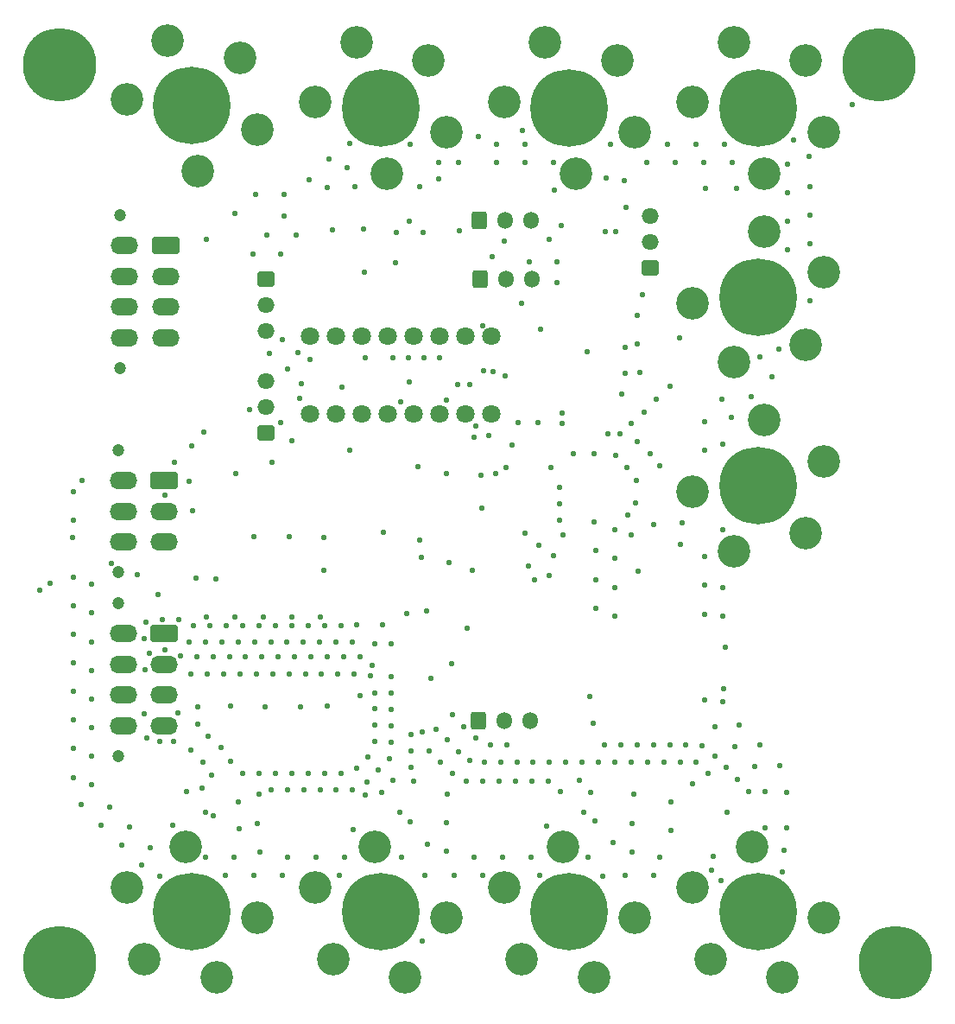
<source format=gbr>
%TF.GenerationSoftware,Altium Limited,Altium Designer,23.5.1 (21)*%
G04 Layer_Color=26163*
%FSLAX45Y45*%
%MOMM*%
%TF.SameCoordinates,33354463-9AA4-47E1-AEF5-84200F0A8FA4*%
%TF.FilePolarity,Negative*%
%TF.FileFunction,Soldermask,Bot*%
%TF.Part,Single*%
G01*
G75*
%TA.AperFunction,ComponentPad*%
G04:AMPARAMS|DCode=70|XSize=2.7mm|YSize=1.7mm|CornerRadius=0.25mm|HoleSize=0mm|Usage=FLASHONLY|Rotation=0.000|XOffset=0mm|YOffset=0mm|HoleType=Round|Shape=RoundedRectangle|*
%AMROUNDEDRECTD70*
21,1,2.70000,1.20000,0,0,0.0*
21,1,2.20000,1.70000,0,0,0.0*
1,1,0.50000,1.10000,-0.60000*
1,1,0.50000,-1.10000,-0.60000*
1,1,0.50000,-1.10000,0.60000*
1,1,0.50000,1.10000,0.60000*
%
%ADD70ROUNDEDRECTD70*%
%ADD71O,2.70000X1.70000*%
%ADD72C,1.20000*%
%ADD73C,7.60000*%
%ADD74C,3.20000*%
%ADD75O,1.50000X1.70000*%
G04:AMPARAMS|DCode=76|XSize=1.7mm|YSize=1.5mm|CornerRadius=0.23mm|HoleSize=0mm|Usage=FLASHONLY|Rotation=90.000|XOffset=0mm|YOffset=0mm|HoleType=Round|Shape=RoundedRectangle|*
%AMROUNDEDRECTD76*
21,1,1.70000,1.04000,0,0,90.0*
21,1,1.24000,1.50000,0,0,90.0*
1,1,0.46000,0.52000,0.62000*
1,1,0.46000,0.52000,-0.62000*
1,1,0.46000,-0.52000,-0.62000*
1,1,0.46000,-0.52000,0.62000*
%
%ADD76ROUNDEDRECTD76*%
%ADD77C,1.80000*%
%ADD78O,1.70000X1.50000*%
G04:AMPARAMS|DCode=79|XSize=1.7mm|YSize=1.5mm|CornerRadius=0.23mm|HoleSize=0mm|Usage=FLASHONLY|Rotation=180.000|XOffset=0mm|YOffset=0mm|HoleType=Round|Shape=RoundedRectangle|*
%AMROUNDEDRECTD79*
21,1,1.70000,1.04000,0,0,180.0*
21,1,1.24000,1.50000,0,0,180.0*
1,1,0.46000,-0.62000,0.52000*
1,1,0.46000,0.62000,0.52000*
1,1,0.46000,0.62000,-0.52000*
1,1,0.46000,-0.62000,-0.52000*
%
%ADD79ROUNDEDRECTD79*%
%TA.AperFunction,ViaPad*%
%ADD80C,7.20000*%
%ADD81C,0.55000*%
D70*
X1640000Y7625273D02*
D03*
X1625000Y5325000D02*
D03*
Y3825000D02*
D03*
D71*
X1240000Y7625273D02*
D03*
X1640000Y7325273D02*
D03*
X1240000D02*
D03*
X1640000Y7025273D02*
D03*
X1240000D02*
D03*
X1640000Y6725273D02*
D03*
X1240000D02*
D03*
X1225000Y5325000D02*
D03*
X1625000Y5025000D02*
D03*
X1225000D02*
D03*
X1625000Y4725000D02*
D03*
X1225000D02*
D03*
Y2925000D02*
D03*
X1625000D02*
D03*
X1225000Y3225000D02*
D03*
X1625000D02*
D03*
X1225000Y3525000D02*
D03*
X1625000D02*
D03*
X1225000Y3825000D02*
D03*
D72*
X1196000Y7925273D02*
D03*
Y6425273D02*
D03*
X1181000Y5625000D02*
D03*
Y4425000D02*
D03*
Y2625000D02*
D03*
Y4125000D02*
D03*
D73*
X7450000Y1100000D02*
D03*
X7450000Y5275000D02*
D03*
Y7125000D02*
D03*
X7450000Y8975000D02*
D03*
X5600000D02*
D03*
X1900000Y1100000D02*
D03*
Y9000000D02*
D03*
X5600000Y1100000D02*
D03*
X3750000Y8975000D02*
D03*
Y1100000D02*
D03*
D74*
X6983000Y633000D02*
D03*
X7690000Y460000D02*
D03*
X6810000Y1340000D02*
D03*
X7390000Y1740000D02*
D03*
X8090000Y1040000D02*
D03*
X7917000Y4808000D02*
D03*
X8090000Y5515000D02*
D03*
X7210000Y4635000D02*
D03*
X6810000Y5215000D02*
D03*
X7509999Y5915000D02*
D03*
X7917000Y6658000D02*
D03*
X8090000Y7365000D02*
D03*
X7210000Y6485000D02*
D03*
X6810000Y7065000D02*
D03*
X7509999Y7765000D02*
D03*
X7917000Y9442000D02*
D03*
X7210000Y9615000D02*
D03*
X8090000Y8735000D02*
D03*
X7510000Y8335000D02*
D03*
X6810000Y9035000D02*
D03*
X6067000Y9442000D02*
D03*
X5360000Y9615000D02*
D03*
X6240000Y8735000D02*
D03*
X5660000Y8335000D02*
D03*
X4960000Y9035000D02*
D03*
X1433000Y633000D02*
D03*
X2140000Y460000D02*
D03*
X1260000Y1340000D02*
D03*
X1840000Y1740000D02*
D03*
X2540000Y1040000D02*
D03*
X2367000Y9467000D02*
D03*
X1660000Y9640000D02*
D03*
X2540000Y8760000D02*
D03*
X1960000Y8360000D02*
D03*
X1260000Y9060000D02*
D03*
X5133000Y633000D02*
D03*
X5840000Y460000D02*
D03*
X4960000Y1340000D02*
D03*
X5540000Y1740000D02*
D03*
X6240000Y1040000D02*
D03*
X4217000Y9442000D02*
D03*
X3510000Y9615000D02*
D03*
X4390000Y8735000D02*
D03*
X3809999Y8335000D02*
D03*
X3110000Y9035000D02*
D03*
X3283000Y633000D02*
D03*
X3990000Y460000D02*
D03*
X3110000Y1340000D02*
D03*
X3690000Y1740000D02*
D03*
X4390000Y1040000D02*
D03*
D75*
X5219000Y2975000D02*
D03*
X4965000D02*
D03*
X5229000Y7300000D02*
D03*
X4975000D02*
D03*
X5225000Y7875000D02*
D03*
X4971000D02*
D03*
D76*
X4711000Y2975000D02*
D03*
X4721000Y7300000D02*
D03*
X4717000Y7875000D02*
D03*
D77*
X3059000Y6737000D02*
D03*
X3313000D02*
D03*
X3567000D02*
D03*
X3821000D02*
D03*
X4075000D02*
D03*
X4329000D02*
D03*
X4583000D02*
D03*
X4837000D02*
D03*
Y5975000D02*
D03*
X4583000D02*
D03*
X4329000D02*
D03*
X4075000D02*
D03*
X3821000D02*
D03*
X3567000D02*
D03*
X3313000D02*
D03*
X3059000D02*
D03*
D78*
X2622000Y6300000D02*
D03*
Y6046000D02*
D03*
Y6792000D02*
D03*
Y7046000D02*
D03*
X6389144Y7918000D02*
D03*
Y7664000D02*
D03*
D79*
X2622000Y5792000D02*
D03*
Y7300000D02*
D03*
X6389144Y7410000D02*
D03*
D80*
X599999Y9400000D02*
D03*
X8639999D02*
D03*
X8800000Y600000D02*
D03*
X600000D02*
D03*
D81*
X1758903Y3050000D02*
D03*
X1432800Y3040000D02*
D03*
X1460000Y2800000D02*
D03*
X1585000Y2770000D02*
D03*
X1722910D02*
D03*
X1890694Y2681014D02*
D03*
X2010000Y2565000D02*
D03*
X2280000Y2578656D02*
D03*
X2181000Y2710000D02*
D03*
X2061444Y2824137D02*
D03*
X1960000Y2938656D02*
D03*
X3230000Y3120000D02*
D03*
X2960000Y3110000D02*
D03*
X2620000D02*
D03*
X2280000Y3120000D02*
D03*
X1960000Y3110000D02*
D03*
X4159660Y2860340D02*
D03*
X3550000Y3220000D02*
D03*
X3687800Y3247167D02*
D03*
X3852200Y3082233D02*
D03*
Y3242233D02*
D03*
X730000Y4770000D02*
D03*
X410000Y4250000D02*
D03*
X733869Y5217803D02*
D03*
X733546Y3818125D02*
D03*
Y4378125D02*
D03*
X510000Y4320000D02*
D03*
X7657334Y6611789D02*
D03*
X7960881Y7644859D02*
D03*
Y7924859D02*
D03*
Y8204860D02*
D03*
Y7084859D02*
D03*
X7946348Y8501652D02*
D03*
X7690000Y1492961D02*
D03*
X7085000Y1410000D02*
D03*
X4160000Y810000D02*
D03*
X1580000Y1448369D02*
D03*
X7800000Y8660000D02*
D03*
X5140000Y8751743D02*
D03*
X7738546Y8424399D02*
D03*
Y7864399D02*
D03*
Y8144399D02*
D03*
Y7584398D02*
D03*
X5319504Y6806550D02*
D03*
X6319314Y7145525D02*
D03*
X6264385Y6946228D02*
D03*
X5128690Y7064065D02*
D03*
X5772602Y6586313D02*
D03*
X5475000Y7267810D02*
D03*
X6159475Y8005914D02*
D03*
X5442088Y8438546D02*
D03*
X5952807Y7765000D02*
D03*
X6052807Y7765005D02*
D03*
X4028026Y7865000D02*
D03*
X6210000Y4790467D02*
D03*
X6176012Y4986269D02*
D03*
X5400000Y7690000D02*
D03*
X5202811Y7472574D02*
D03*
X3480218Y1910000D02*
D03*
X2880000Y5716209D02*
D03*
X2770000Y5894981D02*
D03*
X3450000Y5620000D02*
D03*
X3890525Y7458203D02*
D03*
X3495000Y8204012D02*
D03*
X3579999Y7786190D02*
D03*
X2044202Y7689134D02*
D03*
X2920995Y7728065D02*
D03*
X2495466Y7546000D02*
D03*
X2770000D02*
D03*
X4397000Y6117408D02*
D03*
X5973950Y5785037D02*
D03*
X4112000Y5460000D02*
D03*
X5039375Y5671751D02*
D03*
X4806673Y5765231D02*
D03*
X5525000Y5885922D02*
D03*
Y5987500D02*
D03*
X5094965Y5894980D02*
D03*
X5292813D02*
D03*
X6095219Y5780000D02*
D03*
X5839991Y5590000D02*
D03*
X4146000Y4575865D02*
D03*
X6930000Y8190000D02*
D03*
X7235000D02*
D03*
X5520383Y7825000D02*
D03*
X4839999Y7520000D02*
D03*
X4962504Y7670000D02*
D03*
X4163375Y7754319D02*
D03*
X4502813Y6268530D02*
D03*
X4855314Y6393655D02*
D03*
X4755916Y6404618D02*
D03*
X4969604Y6348335D02*
D03*
X4389992Y5389989D02*
D03*
X4600840Y3874738D02*
D03*
X5456000Y8171533D02*
D03*
X2460000Y6022000D02*
D03*
X8370000Y9010000D02*
D03*
X5475000Y7472574D02*
D03*
X3587000Y7371000D02*
D03*
X1900000Y5667981D02*
D03*
X2840000Y6420000D02*
D03*
X2658987Y6567754D02*
D03*
X4328213Y6527778D02*
D03*
X4028248Y6290000D02*
D03*
X4022635Y6527778D02*
D03*
X3943187Y6093718D02*
D03*
X3058925Y6513503D02*
D03*
X3869026Y6527778D02*
D03*
X4172001Y6531000D02*
D03*
X3599813D02*
D03*
X3373077Y6241013D02*
D03*
X6055548Y5570000D02*
D03*
X6255000Y5330000D02*
D03*
X6485855Y5470000D02*
D03*
X6395000Y5590090D02*
D03*
X6269035Y5704134D02*
D03*
X6585000Y6246000D02*
D03*
X6450233Y6118553D02*
D03*
X6331000Y5999435D02*
D03*
X6210000Y5886220D02*
D03*
X5837745Y2950000D02*
D03*
X5800000Y3210000D02*
D03*
X5400179Y4399134D02*
D03*
X5441549Y4590401D02*
D03*
X4738355Y5053248D02*
D03*
X4876685Y5391934D02*
D03*
X3774837Y4821279D02*
D03*
X4130451Y4745000D02*
D03*
X5255000Y4356741D02*
D03*
X4444285Y3535470D02*
D03*
X4197426Y4050000D02*
D03*
X4240762Y3384741D02*
D03*
X4001000Y4024700D02*
D03*
X6680000Y6720000D02*
D03*
X7121516Y8621454D02*
D03*
X6841516D02*
D03*
X6561516D02*
D03*
X6001515D02*
D03*
X5161515D02*
D03*
X4881514D02*
D03*
X4704502Y8700000D02*
D03*
X4041514Y8621454D02*
D03*
X3449004Y8627953D02*
D03*
X3243937Y8473273D02*
D03*
X3045947Y8275283D02*
D03*
X2806149Y8130725D02*
D03*
X2526149D02*
D03*
X2318546Y7942839D02*
D03*
X2632000Y7730000D02*
D03*
X2806149Y7915758D02*
D03*
X3274402Y7780000D02*
D03*
X3226057Y8196721D02*
D03*
X3424046Y8394711D02*
D03*
X4133546Y8204012D02*
D03*
X3906007Y7754319D02*
D03*
X4523000Y7774256D02*
D03*
X4322087Y8285413D02*
D03*
Y8438546D02*
D03*
X4510000D02*
D03*
X4882088D02*
D03*
X5162088D02*
D03*
X5958546Y8288586D02*
D03*
X6141454Y8263969D02*
D03*
X6360367Y8438546D02*
D03*
X6640367D02*
D03*
X6920367D02*
D03*
X7200367Y8438594D02*
D03*
X7468133Y6538147D02*
D03*
X7098993Y6118553D02*
D03*
X6923546Y5900337D02*
D03*
Y5620337D02*
D03*
X6701631Y4914492D02*
D03*
X6427746Y4893471D02*
D03*
X6247236Y5107518D02*
D03*
X6275000Y4440000D02*
D03*
X6690000Y4699533D02*
D03*
X6923546Y4578265D02*
D03*
Y4298264D02*
D03*
Y4018264D02*
D03*
Y3178264D02*
D03*
X7023827Y2916837D02*
D03*
X7221817Y2718847D02*
D03*
X7419807Y2520857D02*
D03*
X7522047Y1920000D02*
D03*
X6810711Y2355964D02*
D03*
X6598546Y2173246D02*
D03*
Y1893245D02*
D03*
X6486929Y1636454D02*
D03*
X6211454Y1686589D02*
D03*
Y1966590D02*
D03*
X5849106Y1991653D02*
D03*
X6028546Y1776708D02*
D03*
X5786205Y1636454D02*
D03*
X5226205D02*
D03*
X4946205D02*
D03*
X4666205D02*
D03*
X4391454Y1690419D02*
D03*
Y1970419D02*
D03*
X4041605Y1983542D02*
D03*
X4208546Y1758751D02*
D03*
X3956666Y1636454D02*
D03*
X3396666D02*
D03*
X3116665D02*
D03*
X2836665D02*
D03*
X2561432Y1687903D02*
D03*
X2541454Y1967190D02*
D03*
X2355788Y2176781D02*
D03*
X2110392Y2041944D02*
D03*
X2358546Y1912252D02*
D03*
X2310220Y1636454D02*
D03*
X2030220D02*
D03*
X1487108Y1732227D02*
D03*
X1289118Y1930217D02*
D03*
X1091128Y2128207D02*
D03*
X916454Y2347042D02*
D03*
Y2627042D02*
D03*
Y2907043D02*
D03*
Y3187043D02*
D03*
Y3467043D02*
D03*
Y3747043D02*
D03*
Y4027044D02*
D03*
Y4307044D02*
D03*
X1105549Y4513546D02*
D03*
X1364539Y4407131D02*
D03*
X1562529Y4209141D02*
D03*
X2039903Y3988546D02*
D03*
X2319903D02*
D03*
X2599904D02*
D03*
X2879904D02*
D03*
X3159904D02*
D03*
X1631003Y5182800D02*
D03*
X1874774Y5320552D02*
D03*
X5537973Y4790000D02*
D03*
X5840000Y4916954D02*
D03*
X5861046Y4636741D02*
D03*
Y4356741D02*
D03*
Y4076740D02*
D03*
X6043954Y4000808D02*
D03*
Y4280808D02*
D03*
Y4560809D02*
D03*
Y4840809D02*
D03*
X6160000Y5453199D02*
D03*
X5639492Y5590000D02*
D03*
X6269035Y6666267D02*
D03*
X6292799Y6387277D02*
D03*
X6112122Y6173371D02*
D03*
X2687379Y5502543D02*
D03*
X2327929Y5392581D02*
D03*
X1724954Y5502543D02*
D03*
X733546Y4938126D02*
D03*
Y4098125D02*
D03*
Y3538125D02*
D03*
Y3258125D02*
D03*
Y2978124D02*
D03*
Y2698124D02*
D03*
Y2418124D02*
D03*
X811477Y2149187D02*
D03*
X1009467Y1951198D02*
D03*
X1207457Y1753207D02*
D03*
X1405447Y1555217D02*
D03*
X2226336Y1453546D02*
D03*
X2506337D02*
D03*
X2786337D02*
D03*
X3346337D02*
D03*
X4186338D02*
D03*
X4466338D02*
D03*
X4746338D02*
D03*
X5306339D02*
D03*
X5930000Y1448369D02*
D03*
X6146339Y1453546D02*
D03*
X6426339D02*
D03*
X7708897Y1699409D02*
D03*
X7730000Y1920000D02*
D03*
Y2270000D02*
D03*
X7663612Y2535723D02*
D03*
X7465622Y2733713D02*
D03*
X7267632Y2931703D02*
D03*
X7106454Y3160661D02*
D03*
X7109999Y3290000D02*
D03*
X7129999Y3690000D02*
D03*
X7106454Y4000661D02*
D03*
Y4280661D02*
D03*
Y4840662D02*
D03*
Y5680663D02*
D03*
X7187720Y5948610D02*
D03*
X7385710Y6146600D02*
D03*
X7583701Y6344590D02*
D03*
X2940013Y6582001D02*
D03*
X2787053Y6706267D02*
D03*
X2952596Y6128812D02*
D03*
X4625000Y6265882D02*
D03*
X6150000Y6376632D02*
D03*
Y6627000D02*
D03*
X4224443Y2679308D02*
D03*
X4337580Y2566171D02*
D03*
X4450718Y2453034D02*
D03*
X4591926Y2377800D02*
D03*
X4751926D02*
D03*
X4911927D02*
D03*
X5071927D02*
D03*
X5231927D02*
D03*
X5391927D02*
D03*
X5515876Y2276623D02*
D03*
X5376533Y1940000D02*
D03*
X5740141Y2078542D02*
D03*
X5804373Y2271459D02*
D03*
X5693977Y2387272D02*
D03*
X4400000Y2790000D02*
D03*
X3517158Y3914473D02*
D03*
X3357323Y3907200D02*
D03*
X3197323D02*
D03*
X3037323D02*
D03*
X2877323D02*
D03*
X2717323D02*
D03*
X2557323D02*
D03*
X2397322D02*
D03*
X2237322D02*
D03*
X2077322D02*
D03*
X1917322D02*
D03*
X1766186Y3959717D02*
D03*
X1606361Y3967200D02*
D03*
X1449795Y3934228D02*
D03*
X1432800Y3775133D02*
D03*
X1871794Y3742800D02*
D03*
X2031794D02*
D03*
X2191794D02*
D03*
X2351795D02*
D03*
X2511795D02*
D03*
X2671795D02*
D03*
X2831795D02*
D03*
X2991795D02*
D03*
X3151796D02*
D03*
X3311796D02*
D03*
X3471796D02*
D03*
X3870151Y2386399D02*
D03*
X3757192Y2273083D02*
D03*
X3600415Y2241129D02*
D03*
X3934290Y2078542D02*
D03*
X4070000Y2377800D02*
D03*
X4043200Y2517343D02*
D03*
Y2677343D02*
D03*
Y2837344D02*
D03*
X5166000Y4814114D02*
D03*
X3687800Y3727168D02*
D03*
Y3087167D02*
D03*
Y2927167D02*
D03*
Y2767166D02*
D03*
X3624131Y2620380D02*
D03*
X3510993Y2507242D02*
D03*
X3359020Y2457200D02*
D03*
X3199020D02*
D03*
X3039020D02*
D03*
X2879020D02*
D03*
X2719019D02*
D03*
X2559019D02*
D03*
X2399019D02*
D03*
X2092800Y2442329D02*
D03*
X1997992Y2313443D02*
D03*
X1842286Y2276623D02*
D03*
X1707952Y1951198D02*
D03*
X2028855Y2078542D02*
D03*
X2674665Y2292800D02*
D03*
X2834665D02*
D03*
X2994665D02*
D03*
X3154666D02*
D03*
X3314666D02*
D03*
X3474666D02*
D03*
X3611678Y2375430D02*
D03*
X3724815Y2488567D02*
D03*
X3836652Y2602990D02*
D03*
X3852200Y2762233D02*
D03*
Y2922233D02*
D03*
Y3402233D02*
D03*
Y3722234D02*
D03*
X7522047Y2277389D02*
D03*
X3545625Y3597200D02*
D03*
X3385625D02*
D03*
X3225625D02*
D03*
X3065625D02*
D03*
X2905624D02*
D03*
X2745624D02*
D03*
X2585624D02*
D03*
X2425624D02*
D03*
X2265624D02*
D03*
X2105623D02*
D03*
X1945623D02*
D03*
X1786268Y3611552D02*
D03*
X1636040Y3666611D02*
D03*
X1480331Y3629803D02*
D03*
X1443505Y3474098D02*
D03*
X1890694Y3432800D02*
D03*
X2050694D02*
D03*
X2210694D02*
D03*
X2370694D02*
D03*
X2530694D02*
D03*
X2690695D02*
D03*
X2850695D02*
D03*
X3010695D02*
D03*
X3170695D02*
D03*
X3330695D02*
D03*
X3490696D02*
D03*
X3649217Y3411097D02*
D03*
X4294845Y2888091D02*
D03*
X4516000Y2664782D02*
D03*
X4625354Y2580000D02*
D03*
X4764879Y2567800D02*
D03*
X4924879D02*
D03*
X5084879D02*
D03*
X5244880D02*
D03*
X5404880D02*
D03*
X5564880D02*
D03*
X5724880D02*
D03*
X5884880D02*
D03*
X6044880D02*
D03*
X6204881D02*
D03*
X6364881D02*
D03*
X6524881D02*
D03*
X6684881D02*
D03*
X6844881D02*
D03*
X6960160Y2456845D02*
D03*
X7149556Y2078541D02*
D03*
X7354735Y2276059D02*
D03*
X7245375Y2392851D02*
D03*
X7138017Y2511486D02*
D03*
X7024880Y2624623D02*
D03*
X6903354Y2728699D02*
D03*
X6743392Y2732200D02*
D03*
X6583392D02*
D03*
X6423392D02*
D03*
X6263392D02*
D03*
X6103392D02*
D03*
X5943391D02*
D03*
X4983390D02*
D03*
X4823390D02*
D03*
X4679690Y2802558D02*
D03*
X4566553Y2915695D02*
D03*
X4453416Y3028833D02*
D03*
X5303688Y4687439D02*
D03*
X5502200Y4935895D02*
D03*
Y5095895D02*
D03*
Y5255896D02*
D03*
X2133650Y4359770D02*
D03*
X1937557Y4368986D02*
D03*
X1905000Y5033802D02*
D03*
X2015882Y5797925D02*
D03*
X3188000Y4767813D02*
D03*
X2850000Y4772910D02*
D03*
X2510000D02*
D03*
X3190000Y4450000D02*
D03*
X5199208Y4489314D02*
D03*
X3770000Y3909700D02*
D03*
X3670014Y3515000D02*
D03*
X4421000Y4525000D02*
D03*
X4685789Y5862211D02*
D03*
X5420000Y5450000D02*
D03*
X4748548Y6845519D02*
D03*
X4981538Y5455000D02*
D03*
X4731000Y5380000D02*
D03*
X4661000Y5750000D02*
D03*
X6995104Y1504896D02*
D03*
X6230000Y2250000D02*
D03*
X4400000D02*
D03*
X2560000D02*
D03*
X7010000Y1640000D02*
D03*
X4650000Y4450000D02*
D03*
X825000Y5325000D02*
D03*
X2974000Y6275000D02*
D03*
%TF.MD5,0fa7de902b79b505a6e47d6b7ad69163*%
M02*

</source>
